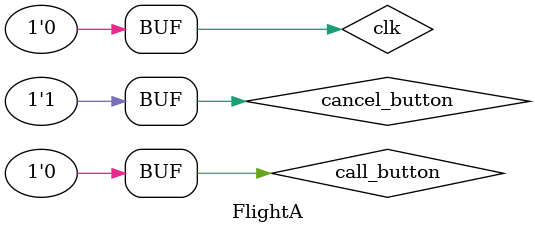
<source format=v>
`timescale 1ns / 1ps
module FlightA;

	// Inputs
	reg clk;
	reg call_button;
	reg cancel_button;

	// Outputs
	wire light_state;

	// Instantiate the Unit Under Test (UUT)
	FlightAttendance uut (
		.clk(clk), 
		.call_button(call_button), 
		.cancel_button(cancel_button), 
		.light_state(light_state)
	);

	initial begin
		// Initialize Inputs
		clk = 50;
		call_button = 0;
		cancel_button = 1;

		// Wait 100 ns for global reset to finish
		#100;
        
		// Add stimulus here

	end
      
endmodule


</source>
